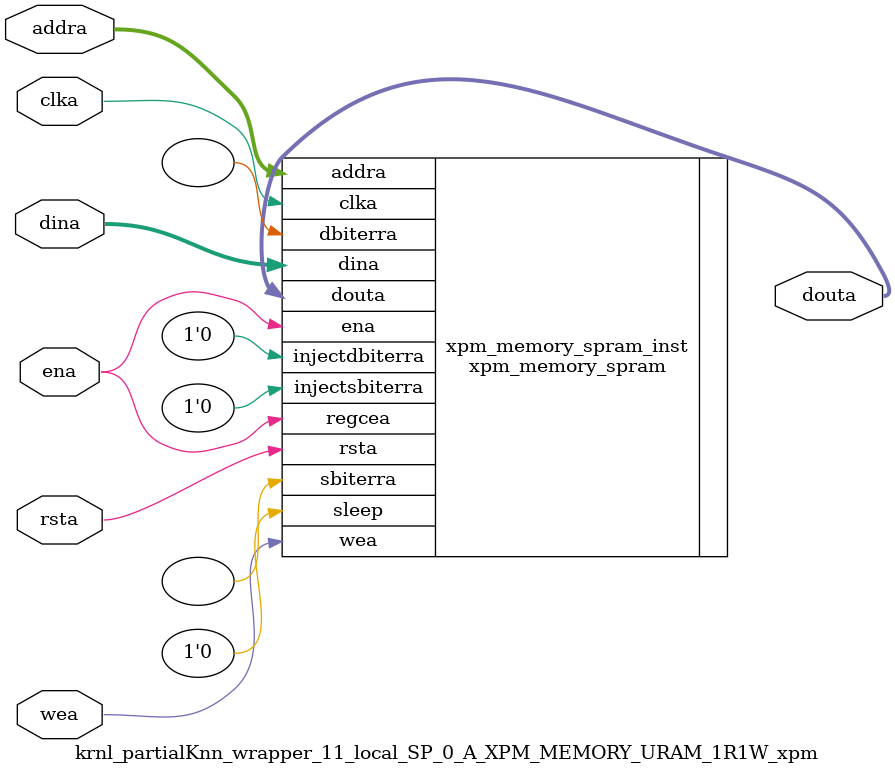
<source format=v>
`timescale 1 ns / 1 ps
module krnl_partialKnn_wrapper_11_local_SP_0_A_XPM_MEMORY_URAM_1R1W_xpm # (
  // Common module parameters
  parameter integer                 MEMORY_SIZE        = 524288,
  parameter                         MEMORY_PRIMITIVE   = "ultra",
  parameter                         ECC_MODE           = "no_ecc",
  parameter                         MEMORY_INIT_FILE   = "none",
  parameter                         WAKEUP_TIME        = "disable_sleep",
  parameter integer                 MESSAGE_CONTROL    = 0,
  // Port A module parameters
  parameter integer                 WRITE_DATA_WIDTH_A = 256,
  parameter integer                 READ_DATA_WIDTH_A  = WRITE_DATA_WIDTH_A,
  parameter integer                 BYTE_WRITE_WIDTH_A = WRITE_DATA_WIDTH_A,
  parameter integer                 ADDR_WIDTH_A       = 11,
  parameter                         READ_RESET_VALUE_A = "0",
  parameter integer                 READ_LATENCY_A     = 1,
  parameter                         WRITE_MODE_A       = "read_first"
) (
  // Port A module ports
  input  wire                                               clka,
  input  wire                                               rsta,
  input  wire                                               ena,
  input  wire [(WRITE_DATA_WIDTH_A/BYTE_WRITE_WIDTH_A)-1:0] wea,
  input  wire [ADDR_WIDTH_A-1:0]                            addra,
  input  wire [WRITE_DATA_WIDTH_A-1:0]                      dina,
  output wire [READ_DATA_WIDTH_A-1:0]                       douta
);
// Set parameter values and connect ports to instantiate an XPM_MEMORY single port RAM configuration
xpm_memory_spram # (
  // Common module parameters
  .MEMORY_SIZE        (MEMORY_SIZE),   //positive integer
  .MEMORY_PRIMITIVE   (MEMORY_PRIMITIVE),      //string; "auto", "distributed", "block" or "ultra";
  .ECC_MODE           (ECC_MODE),      //do not change
  .MEMORY_INIT_FILE   (MEMORY_INIT_FILE), //string; "none" or "<filename>.mem" 
  .MEMORY_INIT_PARAM  (""), //string;
  .WAKEUP_TIME        (WAKEUP_TIME),      //string; "disable_sleep" or "use_sleep_pin"
  .MESSAGE_CONTROL    (MESSAGE_CONTROL),      //do not change
  // Port A module parameters
  .WRITE_DATA_WIDTH_A (WRITE_DATA_WIDTH_A),     //positive integer
  .READ_DATA_WIDTH_A  (READ_DATA_WIDTH_A),     //positive integer
  .BYTE_WRITE_WIDTH_A (BYTE_WRITE_WIDTH_A),     //integer; 8, 9, or WRITE_DATA_WIDTH_A value
  .ADDR_WIDTH_A       (ADDR_WIDTH_A),      //positive integer
  .READ_RESET_VALUE_A (READ_RESET_VALUE_A),  //string
  .READ_LATENCY_A     (READ_LATENCY_A),      //non-negative integer
  .WRITE_MODE_A       (WRITE_MODE_A)       //string; "write_first", "read_first", "no_change"
) xpm_memory_spram_inst (
  // Common module ports
  .sleep          (1'b0),  //do not change
  // Port A module ports
  .clka           (clka),
  .rsta           (rsta),
  .ena            (ena),
  .regcea         (ena),
  .wea            (wea),
  .addra          (addra),
  .dina           (dina),
  .injectsbiterra (1'b0),  //do not change
  .injectdbiterra (1'b0),  //do not change
  .douta          (douta),
  .sbiterra       (),      //do not change
  .dbiterra       ()       //do not change
);
endmodule
</source>
